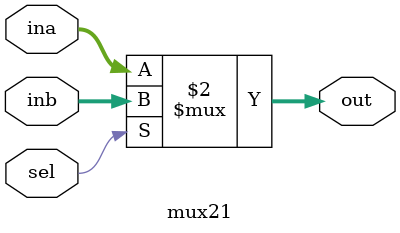
<source format=v>
module mux21(ina, inb, sel, out);

	input [31:0] ina;
	input [31:0] inb;
	
	input sel;

	output [31:0] out;
	
	assign out = 	(sel == 1'b00) ? ina : inb;				
endmodule

</source>
